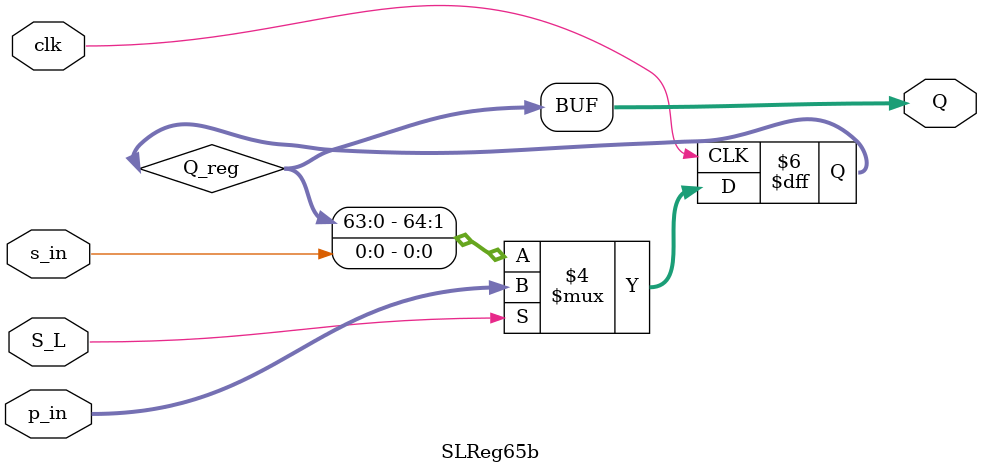
<source format=v>
`timescale 1ns / 1ps
module SLReg65b (
    input wire clk,
    input wire S_L,
    input wire s_in,
    input wire [64:0] p_in,
    output wire [64:0] Q
);
  reg [64:0] Q_reg;
  initial begin
    Q_reg = 65'b1111_1111_1111_1111_1111_1111_1111_1111_1111_1111_1111_1111_1111_1111_1111_1111_1;
  end
  assign Q = Q_reg;
  always @(posedge clk) begin
    if (S_L) Q_reg <= p_in;
    else Q_reg<= {Q_reg[63:0], s_in};
  end
endmodule

</source>
